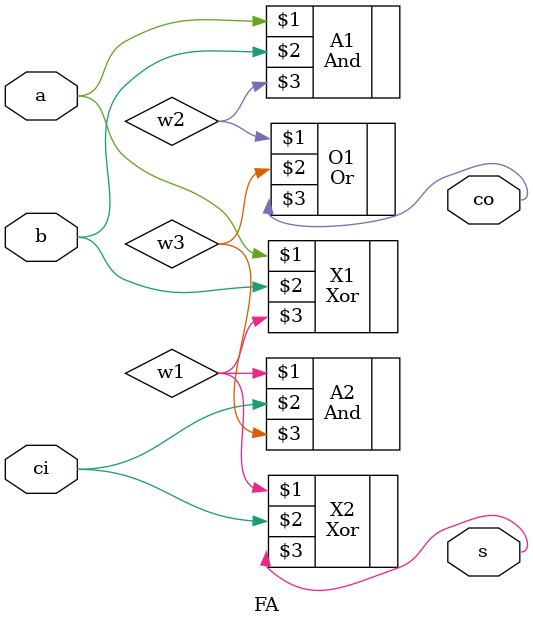
<source format=v>
`timescale 100ps/100ps
`include "gate.v"

module FA(ci, a, b, s, co);

	input ci, a, b;
	output s, co;
	wire w1, w2, w3;

	Xor X1(a, b, w1);
	Xor X2(w1, ci, s);
	And A1(a, b, w2);
	And A2(w1, ci, w3);
	Or O1(w2, w3, co);

endmodule


</source>
